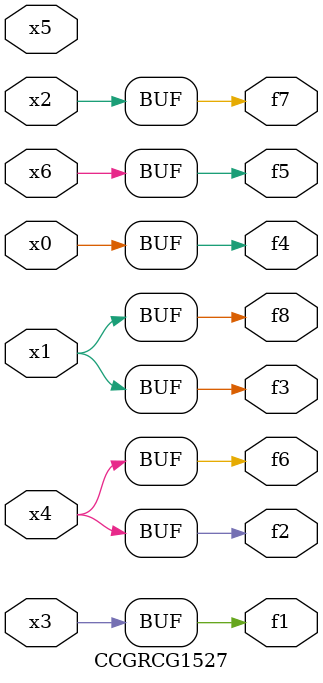
<source format=v>
module CCGRCG1527(
	input x0, x1, x2, x3, x4, x5, x6,
	output f1, f2, f3, f4, f5, f6, f7, f8
);
	assign f1 = x3;
	assign f2 = x4;
	assign f3 = x1;
	assign f4 = x0;
	assign f5 = x6;
	assign f6 = x4;
	assign f7 = x2;
	assign f8 = x1;
endmodule

</source>
